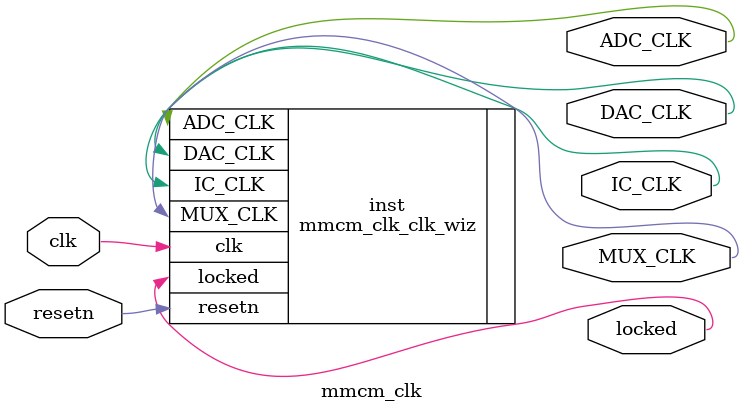
<source format=v>


`timescale 1ps/1ps

(* CORE_GENERATION_INFO = "mmcm_clk,clk_wiz_v5_4_3_0,{component_name=mmcm_clk,use_phase_alignment=true,use_min_o_jitter=false,use_max_i_jitter=false,use_dyn_phase_shift=false,use_inclk_switchover=false,use_dyn_reconfig=false,enable_axi=0,feedback_source=FDBK_AUTO,PRIMITIVE=MMCM,num_out_clk=4,clkin1_period=20.000,clkin2_period=10.000,use_power_down=false,use_reset=true,use_locked=true,use_inclk_stopped=false,feedback_type=SINGLE,CLOCK_MGR_TYPE=NA,manual_override=false}" *)

module mmcm_clk 
 (
  // Clock out ports
  output        DAC_CLK,
  output        MUX_CLK,
  output        ADC_CLK,
  output        IC_CLK,
  // Status and control signals
  input         resetn,
  output        locked,
 // Clock in ports
  input         clk
 );

  mmcm_clk_clk_wiz inst
  (
  // Clock out ports  
  .DAC_CLK(DAC_CLK),
  .MUX_CLK(MUX_CLK),
  .ADC_CLK(ADC_CLK),
  .IC_CLK(IC_CLK),
  // Status and control signals               
  .resetn(resetn), 
  .locked(locked),
 // Clock in ports
  .clk(clk)
  );

endmodule

</source>
